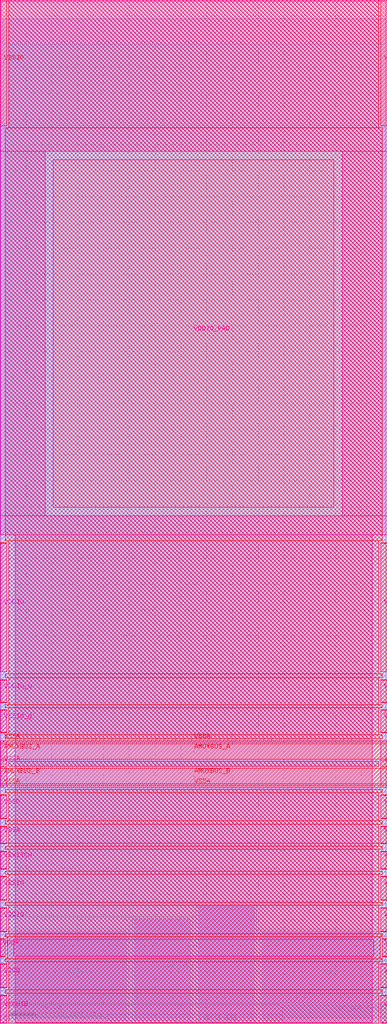
<source format=lef>
VERSION 5.7 ;
  NOWIREEXTENSIONATPIN ON ;
  DIVIDERCHAR "/" ;
  BUSBITCHARS "[]" ;
MACRO sky130_ef_io__vddio_lvc_pad
  CLASS PAD POWER ;
  FOREIGN sky130_ef_io__vddio_lvc_pad ;
  ORIGIN 0.000 0.000 ;
  SIZE 75.000 BY 197.965 ;
  PIN AMUXBUS_A
    DIRECTION INOUT ;
    USE SIGNAL ;
    PORT
      LAYER met4 ;
        RECT 0.000 51.090 75.000 54.070 ;
    END
    PORT
      LAYER met4 ;
        RECT 0.000 51.090 1.270 54.070 ;
    END
  END AMUXBUS_A
  PIN AMUXBUS_B
    DIRECTION INOUT ;
    USE SIGNAL ;
    PORT
      LAYER met4 ;
        RECT 0.000 46.330 75.000 49.310 ;
    END
    PORT
      LAYER met4 ;
        RECT 0.000 46.330 1.270 49.310 ;
    END
  END AMUXBUS_B
  PIN DRN_LVC1
    DIRECTION INOUT ;
    USE POWER ;
    PORT
      LAYER met3 ;
        RECT 26.000 -0.035 36.880 20.185 ;
    END
  END DRN_LVC1
  PIN DRN_LVC2
    DIRECTION INOUT ;
    USE POWER ;
    PORT
      LAYER met3 ;
        RECT 38.380 -0.035 49.255 22.865 ;
    END
  END DRN_LVC2
  PIN SRC_BDY_LVC1
    DIRECTION INOUT ;
    USE GROUND ;
    PORT
      LAYER met2 ;
        RECT 0.500 -0.035 20.495 1.450 ;
    END
  END SRC_BDY_LVC1
  PIN SRC_BDY_LVC2
    DIRECTION INOUT ;
    USE GROUND ;
    PORT
      LAYER met2 ;
        RECT 54.715 -0.035 74.700 3.625 ;
    END
  END SRC_BDY_LVC2
  PIN BDY2_B2B
    DIRECTION INOUT ;
    USE GROUND ;
    PORT
      LAYER met2 ;
        RECT 34.440 -0.035 44.440 0.290 ;
    END
  END BDY2_B2B
  PIN VDDIO_PAD
    DIRECTION INOUT ;
    USE POWER ;
    PORT
      LAYER met5 ;
        RECT 10.270 99.865 64.670 167.130 ;
    END
  END VDDIO_PAD
  PIN VSSA
    DIRECTION INOUT ;
    USE GROUND ;
    PORT
      LAYER met5 ;
        RECT 73.730 45.700 75.000 54.700 ;
    END
    PORT
      LAYER met5 ;
        RECT 73.730 34.805 75.000 38.050 ;
    END
    PORT
      LAYER met5 ;
        RECT 0.000 45.700 1.270 54.700 ;
    END
    PORT
      LAYER met5 ;
        RECT 0.000 34.805 1.270 38.050 ;
    END
    PORT
      LAYER met4 ;
        RECT 73.730 49.610 75.000 50.790 ;
    END
    PORT
      LAYER met4 ;
        RECT 0.000 54.370 75.000 54.700 ;
    END
    PORT
      LAYER met4 ;
        RECT 0.000 45.700 75.000 46.030 ;
    END
    PORT
      LAYER met4 ;
        RECT 73.730 34.700 75.000 38.150 ;
    END
    PORT
      LAYER met4 ;
        RECT 0.000 45.700 1.270 46.030 ;
    END
    PORT
      LAYER met4 ;
        RECT 0.000 49.610 1.270 50.790 ;
    END
    PORT
      LAYER met4 ;
        RECT 0.000 54.370 1.270 54.700 ;
    END
    PORT
      LAYER met4 ;
        RECT 0.000 34.700 1.270 38.150 ;
    END
  END VSSA
  PIN VDDA
    DIRECTION INOUT ;
    USE POWER ;
    PORT
      LAYER met5 ;
        RECT 74.035 13.000 75.000 16.250 ;
    END
    PORT
      LAYER met5 ;
        RECT 0.000 13.000 0.965 16.250 ;
    END
    PORT
      LAYER met4 ;
        RECT 74.035 12.900 75.000 16.350 ;
    END
    PORT
      LAYER met4 ;
        RECT 0.000 12.900 0.965 16.350 ;
    END
  END VDDA
  PIN VSWITCH
    DIRECTION INOUT ;
    USE POWER ;
    PORT
      LAYER met5 ;
        RECT 73.730 29.950 75.000 33.200 ;
    END
    PORT
      LAYER met5 ;
        RECT 0.000 29.950 1.270 33.200 ;
    END
    PORT
      LAYER met4 ;
        RECT 73.730 29.850 75.000 33.300 ;
    END
    PORT
      LAYER met4 ;
        RECT 0.000 29.850 1.270 33.300 ;
    END
  END VSWITCH
  PIN VDDIO_Q
    DIRECTION INOUT ;
    USE POWER ;
    PORT
      LAYER met5 ;
        RECT 73.730 62.150 75.000 66.400 ;
    END
    PORT
      LAYER met5 ;
        RECT 0.000 62.150 1.270 66.400 ;
    END
    PORT
      LAYER met4 ;
        RECT 73.730 62.050 75.000 66.500 ;
    END
    PORT
      LAYER met4 ;
        RECT 0.000 62.050 1.270 66.500 ;
    END
  END VDDIO_Q
  PIN VCCHIB
    DIRECTION INOUT ;
    USE POWER ;
    PORT
      LAYER met5 ;
        RECT 73.730 0.100 75.000 5.350 ;
    END
    PORT
      LAYER met5 ;
        RECT 0.000 0.100 1.270 5.350 ;
    END
    PORT
      LAYER met4 ;
        RECT 73.730 0.000 75.000 5.450 ;
    END
    PORT
      LAYER met4 ;
        RECT 0.000 0.000 1.270 5.450 ;
    END
  END VCCHIB
  PIN VDDIO
    DIRECTION INOUT ;
    USE POWER ;
    PORT
      LAYER met3 ;
        RECT 50.755 -0.035 74.700 17.765 ;
    END
    PORT
      LAYER met3 ;
        RECT 0.500 -0.035 24.500 17.765 ;
    END
    PORT
      LAYER met5 ;
        RECT 73.730 68.000 75.000 92.950 ;
    END
    PORT
      LAYER met5 ;
        RECT 73.730 17.850 75.000 22.300 ;
    END
    PORT
      LAYER met5 ;
        RECT 0.000 68.000 1.270 92.950 ;
    END
    PORT
      LAYER met5 ;
        RECT 0.000 17.850 1.270 22.300 ;
    END
    PORT
      LAYER met4 ;
        RECT 73.730 17.750 75.000 22.400 ;
    END
    PORT
      LAYER met4 ;
        RECT 73.730 68.000 75.000 92.965 ;
    END
    PORT
      LAYER met4 ;
        RECT 0.000 17.750 1.270 22.400 ;
    END
    PORT
      LAYER met4 ;
        RECT 0.000 68.000 1.270 92.965 ;
    END
  END VDDIO
  PIN VCCD
    DIRECTION INOUT ;
    USE POWER ;
    PORT
      LAYER met5 ;
        RECT 73.730 6.950 75.000 11.400 ;
    END
    PORT
      LAYER met5 ;
        RECT 0.000 6.950 1.270 11.400 ;
    END
    PORT
      LAYER met4 ;
        RECT 73.730 6.850 75.000 11.500 ;
    END
    PORT
      LAYER met4 ;
        RECT 0.000 6.850 1.270 11.500 ;
    END
  END VCCD
  PIN VSSIO
    DIRECTION INOUT ;
    USE GROUND ;
    PORT
      LAYER met5 ;
        RECT 73.730 23.900 75.000 28.350 ;
    END
    PORT
      LAYER met5 ;
        RECT 0.000 23.900 1.270 28.350 ;
    END
    PORT
      LAYER met4 ;
        RECT 73.730 23.800 75.000 28.450 ;
    END
    PORT
      LAYER met4 ;
        RECT 73.730 173.750 75.000 197.965 ;
    END
    PORT
      LAYER met4 ;
        RECT 0.000 173.750 1.270 197.965 ;
    END
    PORT
      LAYER met4 ;
        RECT 0.000 23.800 1.270 28.450 ;
    END
  END VSSIO
  PIN VSSD
    DIRECTION INOUT ;
    USE GROUND ;
    PORT
      LAYER met5 ;
        RECT 73.730 39.650 75.000 44.100 ;
    END
    PORT
      LAYER met5 ;
        RECT 0.000 39.650 1.270 44.100 ;
    END
    PORT
      LAYER met4 ;
        RECT 73.730 39.550 75.000 44.200 ;
    END
    PORT
      LAYER met4 ;
        RECT 0.000 39.550 1.270 44.200 ;
    END
  END VSSD
  PIN VSSIO_Q
    DIRECTION INOUT ;
    USE GROUND ;
    PORT
      LAYER met5 ;
        RECT 73.730 56.300 75.000 60.550 ;
    END
    PORT
      LAYER met5 ;
        RECT 0.000 56.300 1.270 60.550 ;
    END
    PORT
      LAYER met4 ;
        RECT 73.730 56.200 75.000 60.650 ;
    END
    PORT
      LAYER met4 ;
        RECT 0.000 56.200 1.270 60.650 ;
    END
  END VSSIO_Q
  OBS
      LAYER li1 ;
        RECT 0.240 0.985 74.755 197.745 ;
      LAYER met1 ;
        RECT 0.120 0.000 74.785 197.805 ;
        RECT 16.655 -0.035 25.635 0.000 ;
        POLYGON 25.635 0.000 25.670 0.000 25.635 -0.035 ;
        RECT 26.210 -0.035 27.700 0.000 ;
        POLYGON 28.235 0.000 28.270 0.000 28.270 -0.035 ;
        RECT 28.270 -0.035 56.565 0.000 ;
      LAYER met2 ;
        RECT 0.490 3.905 74.700 194.395 ;
        RECT 0.490 3.625 54.435 3.905 ;
        RECT 0.490 1.730 54.715 3.625 ;
        RECT 20.775 0.570 54.715 1.730 ;
        RECT 20.775 0.005 34.160 0.570 ;
        RECT 44.720 0.005 54.715 0.570 ;
        RECT 20.775 0.000 34.440 0.005 ;
        RECT 20.925 -0.035 34.440 0.000 ;
        RECT 44.440 0.000 54.715 0.005 ;
        RECT 44.440 -0.035 53.535 0.000 ;
        RECT 54.095 -0.035 54.715 0.000 ;
      LAYER met3 ;
        RECT 0.490 23.265 74.700 189.480 ;
        RECT 0.490 20.585 37.980 23.265 ;
        RECT 0.490 18.165 25.600 20.585 ;
        RECT 24.900 0.000 25.600 18.165 ;
        RECT 37.280 0.000 37.980 20.585 ;
        RECT 49.655 18.165 74.700 23.265 ;
        RECT 49.655 0.000 50.355 18.165 ;
      LAYER met4 ;
        RECT 1.670 173.350 73.330 197.965 ;
        RECT 0.965 93.365 74.035 173.350 ;
        RECT 1.670 67.600 73.330 93.365 ;
        RECT 0.965 66.900 74.035 67.600 ;
        RECT 1.670 61.650 73.330 66.900 ;
        RECT 0.965 61.050 74.035 61.650 ;
        RECT 1.670 55.800 73.330 61.050 ;
        RECT 0.965 55.100 74.035 55.800 ;
        RECT 1.670 49.710 73.330 50.690 ;
        RECT 0.965 44.600 74.035 45.300 ;
        RECT 1.670 39.150 73.330 44.600 ;
        RECT 0.965 38.550 74.035 39.150 ;
        RECT 1.670 34.300 73.330 38.550 ;
        RECT 0.965 33.700 74.035 34.300 ;
        RECT 1.670 29.450 73.330 33.700 ;
        RECT 0.965 28.850 74.035 29.450 ;
        RECT 1.670 23.400 73.330 28.850 ;
        RECT 0.965 22.800 74.035 23.400 ;
        RECT 1.670 17.350 73.330 22.800 ;
        RECT 0.965 16.750 74.035 17.350 ;
        RECT 1.365 12.500 73.635 16.750 ;
        RECT 0.965 11.900 74.035 12.500 ;
        RECT 1.670 6.450 73.330 11.900 ;
        RECT 0.965 5.850 74.035 6.450 ;
        RECT 1.670 0.000 73.330 5.850 ;
      LAYER met5 ;
        RECT 0.000 168.730 75.000 197.965 ;
        RECT 0.000 98.265 8.670 168.730 ;
        RECT 66.270 98.265 75.000 168.730 ;
        RECT 0.000 94.550 75.000 98.265 ;
        RECT 2.870 34.805 72.130 94.550 ;
        RECT 0.000 34.800 75.000 34.805 ;
        RECT 2.870 16.250 72.130 34.800 ;
        RECT 2.565 13.000 72.435 16.250 ;
        RECT 2.870 0.100 72.130 13.000 ;
  END
END sky130_ef_io__vddio_lvc_pad
END LIBRARY


</source>
